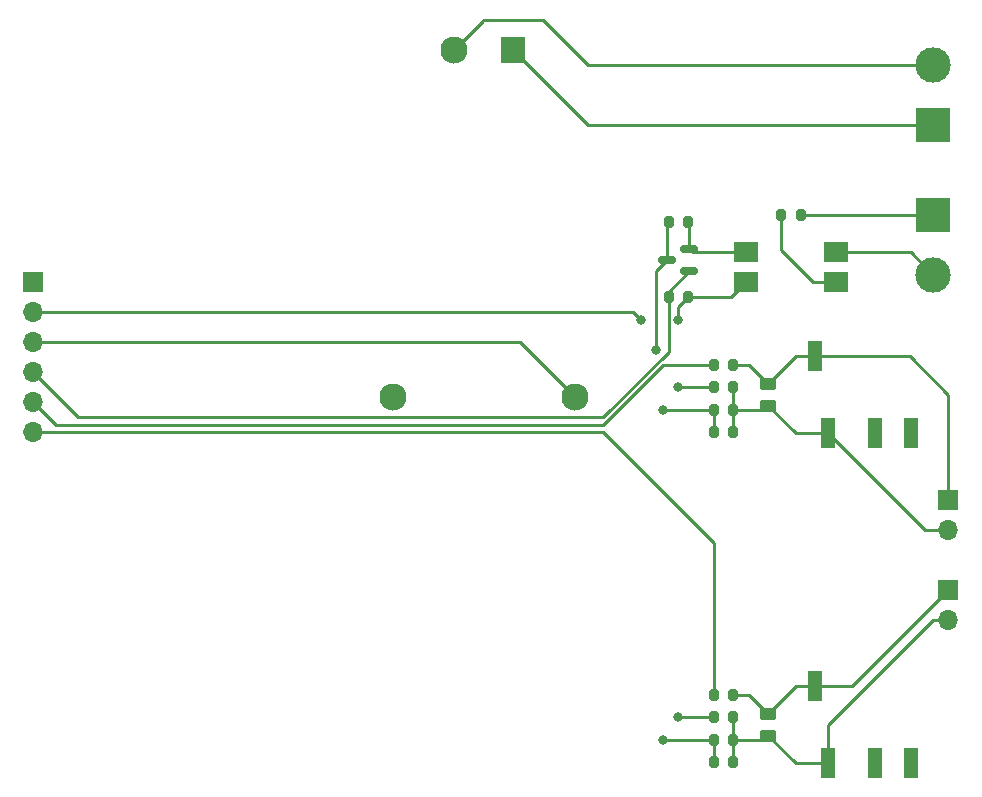
<source format=gtl>
G04 #@! TF.GenerationSoftware,KiCad,Pcbnew,(6.0.0-0)*
G04 #@! TF.CreationDate,2022-06-20T09:50:28+02:00*
G04 #@! TF.ProjectId,prototype-1,70726f74-6f74-4797-9065-2d312e6b6963,rev?*
G04 #@! TF.SameCoordinates,Original*
G04 #@! TF.FileFunction,Copper,L1,Top*
G04 #@! TF.FilePolarity,Positive*
%FSLAX46Y46*%
G04 Gerber Fmt 4.6, Leading zero omitted, Abs format (unit mm)*
G04 Created by KiCad (PCBNEW (6.0.0-0)) date 2022-06-20 09:50:28*
%MOMM*%
%LPD*%
G01*
G04 APERTURE LIST*
G04 Aperture macros list*
%AMRoundRect*
0 Rectangle with rounded corners*
0 $1 Rounding radius*
0 $2 $3 $4 $5 $6 $7 $8 $9 X,Y pos of 4 corners*
0 Add a 4 corners polygon primitive as box body*
4,1,4,$2,$3,$4,$5,$6,$7,$8,$9,$2,$3,0*
0 Add four circle primitives for the rounded corners*
1,1,$1+$1,$2,$3*
1,1,$1+$1,$4,$5*
1,1,$1+$1,$6,$7*
1,1,$1+$1,$8,$9*
0 Add four rect primitives between the rounded corners*
20,1,$1+$1,$2,$3,$4,$5,0*
20,1,$1+$1,$4,$5,$6,$7,0*
20,1,$1+$1,$6,$7,$8,$9,0*
20,1,$1+$1,$8,$9,$2,$3,0*%
G04 Aperture macros list end*
G04 #@! TA.AperFunction,ComponentPad*
%ADD10R,1.700000X1.700000*%
G04 #@! TD*
G04 #@! TA.AperFunction,ComponentPad*
%ADD11O,1.700000X1.700000*%
G04 #@! TD*
G04 #@! TA.AperFunction,SMDPad,CuDef*
%ADD12RoundRect,0.250000X-0.450000X0.262500X-0.450000X-0.262500X0.450000X-0.262500X0.450000X0.262500X0*%
G04 #@! TD*
G04 #@! TA.AperFunction,SMDPad,CuDef*
%ADD13RoundRect,0.200000X-0.200000X-0.275000X0.200000X-0.275000X0.200000X0.275000X-0.200000X0.275000X0*%
G04 #@! TD*
G04 #@! TA.AperFunction,SMDPad,CuDef*
%ADD14R,2.000000X1.780000*%
G04 #@! TD*
G04 #@! TA.AperFunction,SMDPad,CuDef*
%ADD15R,1.200000X2.500000*%
G04 #@! TD*
G04 #@! TA.AperFunction,SMDPad,CuDef*
%ADD16RoundRect,0.200000X0.200000X0.275000X-0.200000X0.275000X-0.200000X-0.275000X0.200000X-0.275000X0*%
G04 #@! TD*
G04 #@! TA.AperFunction,ComponentPad*
%ADD17R,2.000000X2.300000*%
G04 #@! TD*
G04 #@! TA.AperFunction,ComponentPad*
%ADD18C,2.300000*%
G04 #@! TD*
G04 #@! TA.AperFunction,SMDPad,CuDef*
%ADD19RoundRect,0.150000X0.587500X0.150000X-0.587500X0.150000X-0.587500X-0.150000X0.587500X-0.150000X0*%
G04 #@! TD*
G04 #@! TA.AperFunction,ComponentPad*
%ADD20R,3.000000X3.000000*%
G04 #@! TD*
G04 #@! TA.AperFunction,ComponentPad*
%ADD21C,3.000000*%
G04 #@! TD*
G04 #@! TA.AperFunction,ViaPad*
%ADD22C,0.800000*%
G04 #@! TD*
G04 #@! TA.AperFunction,Conductor*
%ADD23C,0.250000*%
G04 #@! TD*
G04 APERTURE END LIST*
D10*
X189230000Y-92710000D03*
D11*
X189230000Y-95250000D03*
D12*
X173990000Y-82907500D03*
X173990000Y-84732500D03*
D13*
X169355000Y-81280000D03*
X171005000Y-81280000D03*
D10*
X111760000Y-74295000D03*
D11*
X111760000Y-76835000D03*
X111760000Y-79375000D03*
X111760000Y-81915000D03*
X111760000Y-84455000D03*
X111760000Y-86995000D03*
D14*
X179705000Y-74295000D03*
X179705000Y-71755000D03*
X172085000Y-71755000D03*
X172085000Y-74295000D03*
D13*
X165545000Y-75565000D03*
X167195000Y-75565000D03*
D15*
X183055000Y-87070000D03*
X186055000Y-87070000D03*
X177955000Y-80570000D03*
X179055000Y-87070000D03*
D16*
X171005000Y-114935000D03*
X169355000Y-114935000D03*
D15*
X183055000Y-115010000D03*
X186055000Y-115010000D03*
X177955000Y-108510000D03*
X179055000Y-115010000D03*
D16*
X176720000Y-68580000D03*
X175070000Y-68580000D03*
D13*
X169355000Y-109220000D03*
X171005000Y-109220000D03*
X165545000Y-69215000D03*
X167195000Y-69215000D03*
D10*
X189230000Y-100330000D03*
D11*
X189230000Y-102870000D03*
D13*
X169355000Y-113030000D03*
X171005000Y-113030000D03*
D16*
X171005000Y-83185000D03*
X169355000Y-83185000D03*
D13*
X169355000Y-85090000D03*
X171005000Y-85090000D03*
D17*
X152400000Y-54610000D03*
D18*
X147400000Y-54610000D03*
X157600000Y-84010000D03*
X142200000Y-84010000D03*
D16*
X171005000Y-86995000D03*
X169355000Y-86995000D03*
D12*
X173990000Y-110847500D03*
X173990000Y-112672500D03*
D19*
X167307500Y-73340000D03*
X167307500Y-71440000D03*
X165432500Y-72390000D03*
D20*
X187960000Y-68580000D03*
D21*
X187960000Y-73660000D03*
D16*
X171005000Y-111125000D03*
X169355000Y-111125000D03*
D20*
X187960000Y-60960000D03*
D21*
X187960000Y-55880000D03*
D22*
X165100000Y-85090000D03*
X165100000Y-113030000D03*
X164465000Y-80010000D03*
X166370000Y-111125000D03*
X166370000Y-77470000D03*
X163195000Y-77470000D03*
X166370000Y-83185000D03*
D23*
X173632500Y-85090000D02*
X173990000Y-84732500D01*
X187235000Y-95250000D02*
X189230000Y-95250000D01*
X179055000Y-87070000D02*
X187235000Y-95250000D01*
X171005000Y-86995000D02*
X171005000Y-85090000D01*
X176327500Y-87070000D02*
X179055000Y-87070000D01*
X171005000Y-83185000D02*
X171005000Y-85090000D01*
X173990000Y-84732500D02*
X176327500Y-87070000D01*
X171005000Y-85090000D02*
X173632500Y-85090000D01*
X157600000Y-84010000D02*
X152965000Y-79375000D01*
X165100000Y-113030000D02*
X169355000Y-113030000D01*
X169355000Y-85090000D02*
X165100000Y-85090000D01*
X152965000Y-79375000D02*
X111760000Y-79375000D01*
X165432500Y-72390000D02*
X165432500Y-69327500D01*
X164465000Y-73357500D02*
X164465000Y-80010000D01*
X169355000Y-114935000D02*
X169355000Y-113030000D01*
X169355000Y-86995000D02*
X169355000Y-85090000D01*
X165432500Y-72390000D02*
X164465000Y-73357500D01*
X165432500Y-69327500D02*
X165545000Y-69215000D01*
X173632500Y-113030000D02*
X173990000Y-112672500D01*
X171005000Y-111125000D02*
X171005000Y-113030000D01*
X173990000Y-112672500D02*
X176327500Y-115010000D01*
X171005000Y-114935000D02*
X171005000Y-113030000D01*
X179055000Y-111769686D02*
X187954686Y-102870000D01*
X187954686Y-102870000D02*
X189230000Y-102870000D01*
X179055000Y-115010000D02*
X179055000Y-111769686D01*
X176327500Y-115010000D02*
X179055000Y-115010000D01*
X171005000Y-113030000D02*
X173632500Y-113030000D01*
X166370000Y-76390000D02*
X167195000Y-75565000D01*
X162560000Y-76835000D02*
X111760000Y-76835000D01*
X166370000Y-77470000D02*
X166370000Y-76390000D01*
X169355000Y-111125000D02*
X166370000Y-111125000D01*
X163195000Y-77470000D02*
X162560000Y-76835000D01*
X170815000Y-75565000D02*
X172085000Y-74295000D01*
X169355000Y-83185000D02*
X166370000Y-83185000D01*
X167195000Y-75565000D02*
X170815000Y-75565000D01*
X165545000Y-75565000D02*
X165545000Y-80199282D01*
X165545000Y-80199282D02*
X160019282Y-85725000D01*
X165545000Y-75565000D02*
X165545000Y-75102500D01*
X165545000Y-75102500D02*
X167307500Y-73340000D01*
X115570000Y-85725000D02*
X111760000Y-81915000D01*
X160019282Y-85725000D02*
X115570000Y-85725000D01*
X169355000Y-81280000D02*
X165100000Y-81280000D01*
X160020000Y-86360000D02*
X113665000Y-86360000D01*
X165100000Y-81280000D02*
X160020000Y-86360000D01*
X113665000Y-86360000D02*
X111760000Y-84455000D01*
X160020000Y-86995000D02*
X111760000Y-86995000D01*
X169355000Y-109220000D02*
X169355000Y-96330000D01*
X169355000Y-96330000D02*
X160020000Y-86995000D01*
X189230000Y-83804686D02*
X189230000Y-92710000D01*
X172362500Y-81280000D02*
X171005000Y-81280000D01*
X176327500Y-80570000D02*
X177955000Y-80570000D01*
X185995314Y-80570000D02*
X189230000Y-83804686D01*
X173990000Y-82907500D02*
X172362500Y-81280000D01*
X173990000Y-82907500D02*
X176327500Y-80570000D01*
X177955000Y-80570000D02*
X185995314Y-80570000D01*
X172362500Y-109220000D02*
X171005000Y-109220000D01*
X181050000Y-108510000D02*
X189230000Y-100330000D01*
X173990000Y-110847500D02*
X176327500Y-108510000D01*
X177955000Y-108510000D02*
X181050000Y-108510000D01*
X173990000Y-110847500D02*
X172362500Y-109220000D01*
X176327500Y-108510000D02*
X177955000Y-108510000D01*
X158750000Y-60960000D02*
X152400000Y-54610000D01*
X187960000Y-60960000D02*
X158750000Y-60960000D01*
X149860000Y-52070000D02*
X149860000Y-52150000D01*
X149860000Y-52150000D02*
X147400000Y-54610000D01*
X154940000Y-52070000D02*
X149860000Y-52070000D01*
X158750000Y-55880000D02*
X154940000Y-52070000D01*
X187960000Y-55880000D02*
X158750000Y-55880000D01*
X187960000Y-68580000D02*
X176720000Y-68580000D01*
X186055000Y-71755000D02*
X187960000Y-73660000D01*
X179705000Y-71755000D02*
X186055000Y-71755000D01*
X167307500Y-69327500D02*
X167195000Y-69215000D01*
X167622500Y-71755000D02*
X172085000Y-71755000D01*
X167307500Y-71440000D02*
X167307500Y-69327500D01*
X167307500Y-71440000D02*
X167622500Y-71755000D01*
X175070000Y-71565000D02*
X177800000Y-74295000D01*
X177800000Y-74295000D02*
X179705000Y-74295000D01*
X175070000Y-68580000D02*
X175070000Y-71565000D01*
M02*

</source>
